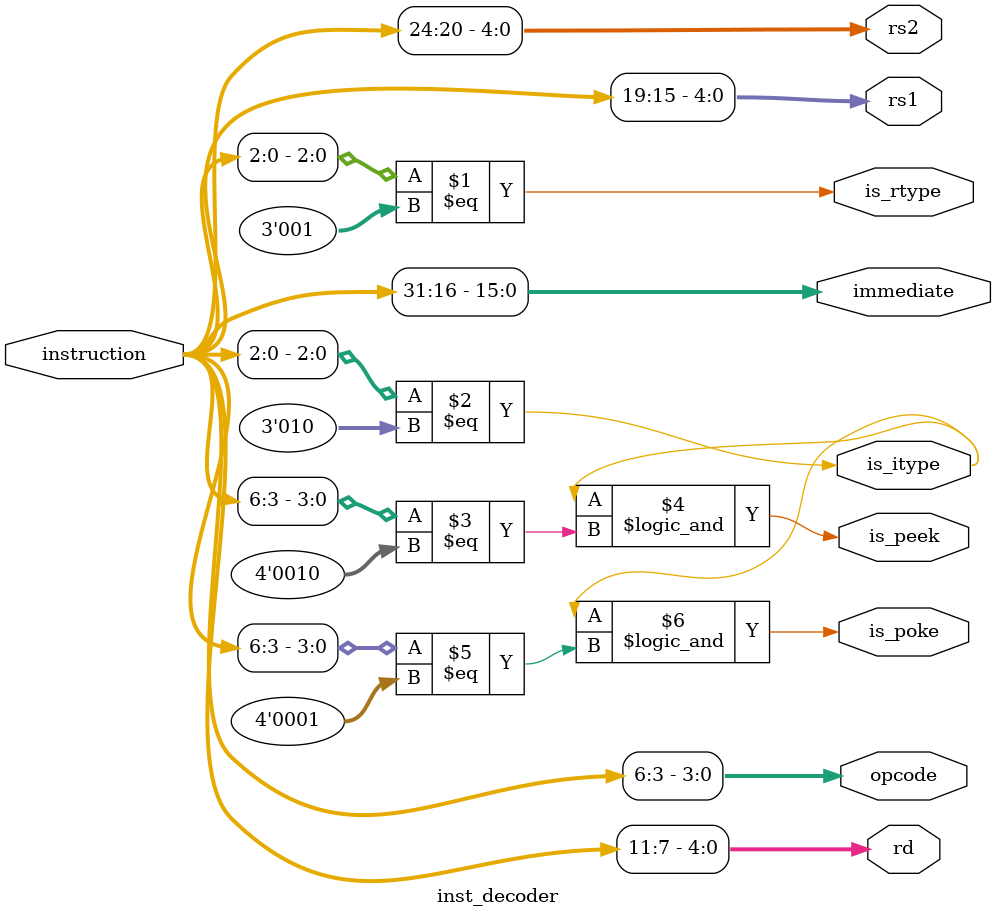
<source format=sv>
    

//     assign opcode = instruction[6:0];
//     assign rd = instruction[11:7];
//     assign funct3 = instruction[14:12];
//     assign rs1 = instruction[19:15];
//     assign rs2 = instruction[24:20];
//     assign funct7 = instruction[31:25];

//     assign immediate_I_type = instruction[31:20];
//     assign immediate_S_type = {instruction[31:25], instruction[11:7]};
//     assign immediate_B_type = {instruction[31], instruction[7], instruction[30:25], instruction[11:8]};
//     assign immediate_U_type = instruction[31:12];
//     assign immediate_J_type = {instruction[31], instruction[19:12], instruction[20], instruction[30:21]};



// endmodule

module inst_decoder(
    input wire [31:0] instruction,
    output reg [15:0] immediate,
    output reg [4:0] rs1,
    output reg [4:0] rs2,
    output reg [4:0] rd,
    output reg [3:0] opcode,
    output reg is_rtype, 
    output reg is_itype,
    output reg is_peek,
    output reg is_poke
);
    assign immediate = instruction[31:16];
    assign rs1 = instruction[19:15];
    assign rs2 = instruction[24:20];
    assign rd = instruction[11:7];
    assign opcode = instruction[6:3];

    assign is_rtype = (instruction[2:0] == 3'b001);
    assign is_itype = (instruction[2:0] == 3'b010);
    assign is_peek = is_itype && (instruction[6:3] == 4'b0010);
    assign is_poke = is_itype && (instruction[6:3] == 4'b0001);


endmodule
</source>
